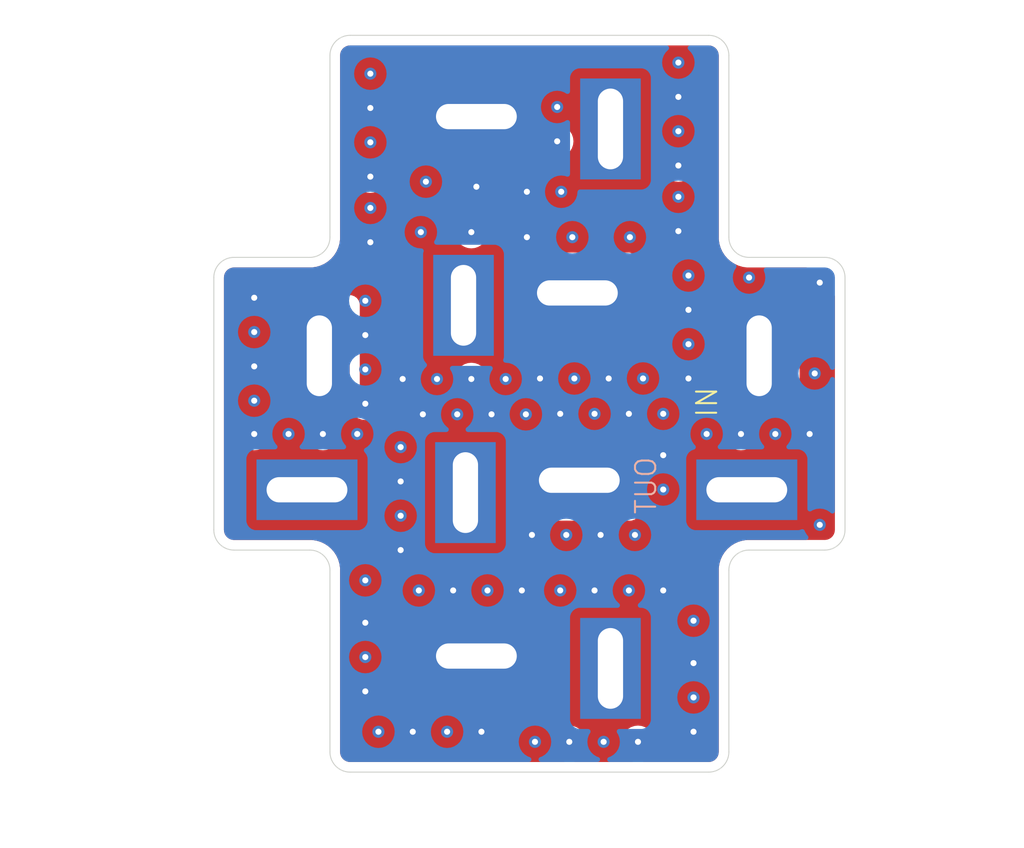
<source format=kicad_pcb>
(kicad_pcb (version 20240108) (generator "pcbnew") (generator_version "8.0")
  (layers (0 "F.Cu" signal) (1 "In1.Cu" signal) (2 "In2.Cu" signal) (3 "In3.Cu" signal) (4 "In4.Cu" signal) (31 "B.Cu" signal) (34 "B.Paste" user) (35 "F.Paste" user) (36 "B.SilkS" user "B.Silkscreen") (37 "F.SilkS" user "F.Silkscreen") (38 "B.Mask" user) (39 "F.Mask" user) (44 "Edge.Cuts" user))
  (net 0 "")
  (net 1 "GND")
  (net 2 "Net-(J1-Pin_1)")
  (footprint "deans_fp:Deans Connector Male" (layer "F.Cu") (at 93.8446 51.9033 90)
    (property "Reference" "J1" (hide yes))
    (property "Value" "Conn_01x02")
    (pad "1" thru_hole rect (at 4.25 3.3625 270) (size 5 3) (drill oval 4 1.25) (layers "*.Cu" "*.Mask") (net 2 "Net-(J1-Pin_1)"))
    (pad "2" thru_hole rect (at 4.8625 9) (size 5 3) (drill oval 4 1.25) (layers "*.Cu" "*.Mask") (net 1 "GND"))
  )
  (footprint "deans_fp:Deans Connector Male" (layer "F.Cu") (at 93.75 42.625 90)
    (property "Reference" "J4" (hide yes))
    (property "Value" "Conn_01x02")
    (pad "1" thru_hole rect (at 4.25 3.3625 270) (size 5 3) (drill oval 4 1.25) (layers "*.Cu" "*.Mask") (net 2 "Net-(J1-Pin_1)"))
    (pad "2" thru_hole rect (at 4.8625 9) (size 5 3) (drill oval 4 1.25) (layers "*.Cu" "*.Mask") (net 1 "GND"))
  )
  (footprint "deans_fp:Deans Connector Female" (layer "B.Cu") (at 106.75 60.6125 90)
    (property "Reference" "J6" (hide yes))
    (property "Value" "Conn_01x02")
    (pad "1" thru_hole rect (at 4.25 -2.3625 90) (size 5 3) (drill oval 4 1.25) (layers "*.Cu" "*.Mask") (net 2 "Net-(J1-Pin_1)"))
    (pad "2" thru_hole rect (at 4.8625 -9) (size 5 3) (drill oval 4 1.25) (layers "*.Cu" "*.Mask") (net 1 "GND"))
  )
  (footprint "deans_fp:Deans Connector Female" (layer "B.Cu") (at 106.8875 49.875)
    (property "Reference" "J3" (hide yes))
    (property "Value" "Conn_01x02")
    (pad "1" thru_hole rect (at 4.25 -2.3625) (size 5 3) (drill oval 4 1.25) (layers "*.Cu" "*.Mask") (net 2 "Net-(J1-Pin_1)"))
    (pad "2" thru_hole rect (at 4.8625 -9 270) (size 5 3) (drill oval 4 1.25) (layers "*.Cu" "*.Mask") (net 1 "GND"))
  )
  (footprint "deans_fp:Deans Connector Female" (layer "B.Cu") (at 106.75 33.8875 90)
    (property "Reference" "J5" (hide yes))
    (property "Value" "Conn_01x02")
    (pad "1" thru_hole rect (at 4.25 -2.3625 90) (size 5 3) (drill oval 4 1.25) (layers "*.Cu" "*.Mask") (net 2 "Net-(J1-Pin_1)"))
    (pad "2" thru_hole rect (at 4.8625 -9) (size 5 3) (drill oval 4 1.25) (layers "*.Cu" "*.Mask") (net 1 "GND"))
  )
  (footprint "deans_fp:Deans Connector Female" (layer "B.Cu") (at 85.1125 49.875)
    (property "Reference" "J2" (hide yes))
    (property "Value" "Conn_01x02")
    (pad "1" thru_hole rect (at 4.25 -2.3625) (size 5 3) (drill oval 4 1.25) (layers "*.Cu" "*.Mask") (net 2 "Net-(J1-Pin_1)"))
    (pad "2" thru_hole rect (at 4.8625 -9 270) (size 5 3) (drill oval 4 1.25) (layers "*.Cu" "*.Mask") (net 1 "GND"))
  )
  (gr_arc (start 90.5 26) (mid 90.792893 25.292893) (end 91.5 25) (stroke (width 0.05)) (layer "Edge.Cuts"))
  (gr_arc (start 91.5 61.5) (mid 90.792893 61.207107) (end 90.5 60.5) (stroke (width 0.05)) (layer "Edge.Cuts"))
  (gr_arc (start 84.75 37) (mid 85.042893 36.292893) (end 85.75 36) (stroke (width 0.05)) (layer "Edge.Cuts"))
  (gr_line (start 91.5 61.5) (end 109.25 61.5) (stroke (width 0.05)) (layer "Edge.Cuts"))
  (gr_arc (start 85.75 50.5) (mid 85.042893 50.207107) (end 84.75 49.5) (stroke (width 0.05)) (layer "Edge.Cuts"))
  (gr_line (start 111.25 50.5) (end 115 50.5) (stroke (width 0.05)) (layer "Edge.Cuts"))
  (gr_arc (start 110.25 51.5) (mid 110.542893 50.792893) (end 111.25 50.5) (stroke (width 0.05)) (layer "Edge.Cuts"))
  (gr_arc (start 90.5 35) (mid 90.207107 35.707107) (end 89.5 36) (stroke (width 0.05)) (layer "Edge.Cuts"))
  (gr_line (start 90.5 35) (end 90.5 26) (stroke (width 0.05)) (layer "Edge.Cuts"))
  (gr_line (start 115 36) (end 111.25 36) (stroke (width 0.05)) (layer "Edge.Cuts"))
  (gr_line (start 89.5 36) (end 85.75 36) (stroke (width 0.05)) (layer "Edge.Cuts"))
  (gr_arc (start 111.25 36) (mid 110.542893 35.707107) (end 110.25 35) (stroke (width 0.05)) (layer "Edge.Cuts"))
  (gr_arc (start 109.25 25) (mid 109.957107 25.292893) (end 110.25 26) (stroke (width 0.05)) (layer "Edge.Cuts"))
  (gr_arc (start 115 36) (mid 115.707107 36.292893) (end 116 37) (stroke (width 0.05)) (layer "Edge.Cuts"))
  (gr_line (start 84.75 49.5) (end 84.75 37) (stroke (width 0.05)) (layer "Edge.Cuts"))
  (gr_line (start 85.75 50.5) (end 89.5 50.5) (stroke (width 0.05)) (layer "Edge.Cuts"))
  (gr_line (start 116 37) (end 116 49.5) (stroke (width 0.05)) (layer "Edge.Cuts"))
  (gr_arc (start 110.25 60.5) (mid 109.957107 61.207107) (end 109.25 61.5) (stroke (width 0.05)) (layer "Edge.Cuts"))
  (gr_arc (start 89.5 50.5) (mid 90.207107 50.792893) (end 90.5 51.5) (stroke (width 0.05)) (layer "Edge.Cuts"))
  (gr_arc (start 116 49.5) (mid 115.707107 50.207107) (end 115 50.5) (stroke (width 0.05)) (layer "Edge.Cuts"))
  (gr_line (start 91.5 25) (end 109.25 25) (stroke (width 0.05)) (layer "Edge.Cuts"))
  (gr_line (start 110.25 35) (end 110.25 26) (stroke (width 0.05)) (layer "Edge.Cuts"))
  (gr_line (start 110.25 51.5) (end 110.25 60.5) (stroke (width 0.05)) (layer "Edge.Cuts"))
  (gr_line (start 90.5 51.5) (end 90.5 60.5) (stroke (width 0.05)) (layer "Edge.Cuts"))
  (gr_text "OUT" (at 106.730388 45.807068 90) (layer "B.SilkS") (effects (font (size 1 1) (thickness 0.1)) (justify left bottom mirror)))
  (gr_text "IN" (at 109.75 44 90) (layer "F.SilkS") (effects (font (size 1 1) (thickness 0.1)) (justify left bottom)))
  (via (at 95.1 43.775) (size 0.6) (drill 0.3) (layers "F.Cu" "B.Cu") (net 1))
  (via (at 107 45.8) (size 0.6) (drill 0.3) (layers "F.Cu" "B.Cu") (net 1))
  (via (at 114.75 37.25) (size 0.6) (drill 0.3) (layers "F.Cu" "B.Cu") (net 1))
  (via (at 92.25 43.25) (size 0.6) (drill 0.3) (layers "F.Cu" "B.Cu") (net 1))
  (via (at 107.75 31.45) (size 0.6) (drill 0.3) (layers "F.Cu" "B.Cu") (net 1))
  (via (at 105.3 43.75) (size 0.6) (drill 0.3) (layers "F.Cu" "B.Cu") (net 1))
  (via (at 90.15 44.75) (size 0.6) (drill 0.3) (layers "F.Cu" "B.Cu") (net 1))
  (via (at 86.75 41.4) (size 0.6) (drill 0.3) (layers "F.Cu" "B.Cu") (net 1))
  (via (at 97.5 42.025) (size 0.6) (drill 0.3) (layers "F.Cu" "B.Cu") (net 1))
  (via (at 100 52.5) (size 0.6) (drill 0.3) (layers "F.Cu" "B.Cu") (net 1))
  (via (at 107 52.5) (size 0.6) (drill 0.3) (layers "F.Cu" "B.Cu") (net 1))
  (via (at 105.75 60) (size 0.6) (drill 0.3) (layers "F.Cu" "B.Cu") (net 1))
  (via (at 103.6 52.5) (size 0.6) (drill 0.3) (layers "F.Cu" "B.Cu") (net 1))
  (via (at 108.5 56.1) (size 0.6) (drill 0.3) (layers "F.Cu" "B.Cu") (net 1))
  (via (at 100.25 32.75) (size 0.6) (drill 0.3) (layers "F.Cu" "B.Cu") (net 1))
  (via (at 100.9 42) (size 0.6) (drill 0.3) (layers "F.Cu" "B.Cu") (net 1))
  (via (at 92.5 32) (size 0.6) (drill 0.3) (layers "F.Cu" "B.Cu") (net 1))
  (via (at 108.25 38.6) (size 0.6) (drill 0.3) (layers "F.Cu" "B.Cu") (net 1))
  (via (at 103.9 49.75) (size 0.6) (drill 0.3) (layers "F.Cu" "B.Cu") (net 1))
  (via (at 104.3 42) (size 0.6) (drill 0.3) (layers "F.Cu" "B.Cu") (net 1))
  (via (at 102.35 60) (size 0.6) (drill 0.3) (layers "F.Cu" "B.Cu") (net 1))
  (via (at 92.25 57.5) (size 0.6) (drill 0.3) (layers "F.Cu" "B.Cu") (net 1))
  (via (at 86.75 44.75) (size 0.6) (drill 0.3) (layers "F.Cu" "B.Cu") (net 1))
  (via (at 92.25 39.85) (size 0.6) (drill 0.3) (layers "F.Cu" "B.Cu") (net 1))
  (via (at 94.6 59.5) (size 0.6) (drill 0.3) (layers "F.Cu" "B.Cu") (net 1))
  (via (at 114.25 44.75) (size 0.6) (drill 0.3) (layers "F.Cu" "B.Cu") (net 1))
  (via (at 92.5 28.6) (size 0.6) (drill 0.3) (layers "F.Cu" "B.Cu") (net 1))
  (via (at 108.5 59.5) (size 0.6) (drill 0.3) (layers "F.Cu" "B.Cu") (net 1))
  (via (at 94.1 42.025) (size 0.6) (drill 0.3) (layers "F.Cu" "B.Cu") (net 1))
  (via (at 98 59.5) (size 0.6) (drill 0.3) (layers "F.Cu" "B.Cu") (net 1))
  (via (at 107.75 28.05) (size 0.6) (drill 0.3) (layers "F.Cu" "B.Cu") (net 1))
  (via (at 98.5 43.775) (size 0.6) (drill 0.3) (layers "F.Cu" "B.Cu") (net 1))
  (via (at 92.5 35.25) (size 0.6) (drill 0.3) (layers "F.Cu" "B.Cu") (net 1))
  (via (at 92.25 54.1) (size 0.6) (drill 0.3) (layers "F.Cu" "B.Cu") (net 1))
  (via (at 97.5 34.75) (size 0.6) (drill 0.3) (layers "F.Cu" "B.Cu") (net 1))
  (via (at 110.85 44.75) (size 0.6) (drill 0.3) (layers "F.Cu" "B.Cu") (net 1))
  (via (at 96.6 52.5) (size 0.6) (drill 0.3) (layers "F.Cu" "B.Cu") (net 1))
  (via (at 94 50.5) (size 0.6) (drill 0.3) (layers "F.Cu" "B.Cu") (net 1))
  (via (at 100.25 35) (size 0.6) (drill 0.3) (layers "F.Cu" "B.Cu") (net 1))
  (via (at 107.75 34.7) (size 0.6) (drill 0.3) (layers "F.Cu" "B.Cu") (net 1))
  (via (at 100.5 49.75) (size 0.6) (drill 0.3) (layers "F.Cu" "B.Cu") (net 1))
  (via (at 86.75 38) (size 0.6) (drill 0.3) (layers "F.Cu" "B.Cu") (net 1))
  (via (at 108.25 42) (size 0.6) (drill 0.3) (layers "F.Cu" "B.Cu") (net 1))
  (via (at 101.9 43.75) (size 0.6) (drill 0.3) (layers "F.Cu" "B.Cu") (net 1))
  (via (at 101.75 30.25) (size 0.6) (drill 0.3) (layers "F.Cu" "B.Cu") (net 1))
  (via (at 97.75 32.5) (size 0.6) (drill 0.3) (layers "F.Cu" "B.Cu") (net 1))
  (via (at 94 47.1) (size 0.6) (drill 0.3) (layers "F.Cu" "B.Cu") (net 1))
  (via (at 108.25 36.9) (size 0.6) (drill 0.3) (layers "F.Cu" "B.Cu") (net 2))
  (via (at 95.8 42.025) (size 0.6) (drill 0.3) (layers "F.Cu" "B.Cu") (net 2))
  (via (at 92.9 59.5) (size 0.6) (drill 0.3) (layers "F.Cu" "B.Cu") (net 2))
  (via (at 92.25 38.15) (size 0.6) (drill 0.3) (layers "F.Cu" "B.Cu") (net 2))
  (via (at 104.05 60) (size 0.6) (drill 0.3) (layers "F.Cu" "B.Cu") (net 2))
  (via (at 105.6 49.75) (size 0.6) (drill 0.3) (layers "F.Cu" "B.Cu") (net 2))
  (via (at 111.25 37) (size 0.6) (drill 0.3) (layers "F.Cu" "B.Cu") (net 2))
  (via (at 101.75 28.55) (size 0.6) (drill 0.3) (layers "F.Cu" "B.Cu") (net 2))
  (via (at 107 43.75) (size 0.6) (drill 0.3) (layers "F.Cu" "B.Cu") (net 2))
  (via (at 102.5 35) (size 0.6) (drill 0.3) (layers "F.Cu" "B.Cu") (net 2))
  (via (at 88.45 44.75) (size 0.6) (drill 0.3) (layers "F.Cu" "B.Cu") (net 2))
  (via (at 95.25 32.25) (size 0.6) (drill 0.3) (layers "F.Cu" "B.Cu") (net 2))
  (via (at 86.75 43.1) (size 0.6) (drill 0.3) (layers "F.Cu" "B.Cu") (net 2))
  (via (at 105.35 35) (size 0.6) (drill 0.3) (layers "F.Cu" "B.Cu") (net 2))
  (via (at 108.5 54) (size 0.6) (drill 0.3) (layers "F.Cu" "B.Cu") (net 2))
  (via (at 95 34.75) (size 0.6) (drill 0.3) (layers "F.Cu" "B.Cu") (net 2))
  (via (at 92.5 30.3) (size 0.6) (drill 0.3) (layers "F.Cu" "B.Cu") (net 2))
  (via (at 92.25 52) (size 0.6) (drill 0.3) (layers "F.Cu" "B.Cu") (net 2))
  (via (at 96.3 59.5) (size 0.6) (drill 0.3) (layers "F.Cu" "B.Cu") (net 2))
  (via (at 91.85 44.75) (size 0.6) (drill 0.3) (layers "F.Cu" "B.Cu") (net 2))
  (via (at 101.9 52.5) (size 0.6) (drill 0.3) (layers "F.Cu" "B.Cu") (net 2))
  (via (at 102.6 42) (size 0.6) (drill 0.3) (layers "F.Cu" "B.Cu") (net 2))
  (via (at 108.5 57.8) (size 0.6) (drill 0.3) (layers "F.Cu" "B.Cu") (net 2))
  (via (at 106 42) (size 0.6) (drill 0.3) (layers "F.Cu" "B.Cu") (net 2))
  (via (at 100.65 60) (size 0.6) (drill 0.3) (layers "F.Cu" "B.Cu") (net 2))
  (via (at 99.2 42.025) (size 0.6) (drill 0.3) (layers "F.Cu" "B.Cu") (net 2))
  (via (at 107.75 26.35) (size 0.6) (drill 0.3) (layers "F.Cu" "B.Cu") (net 2))
  (via (at 98.3 52.5) (size 0.6) (drill 0.3) (layers "F.Cu" "B.Cu") (net 2))
  (via (at 100.2 43.775) (size 0.6) (drill 0.3) (layers "F.Cu" "B.Cu") (net 2))
  (via (at 108.25 40.3) (size 0.6) (drill 0.3) (layers "F.Cu" "B.Cu") (net 2))
  (via (at 92.5 26.9) (size 0.6) (drill 0.3) (layers "F.Cu" "B.Cu") (net 2))
  (via (at 101.95 32.75) (size 0.6) (drill 0.3) (layers "F.Cu" "B.Cu") (net 2))
  (via (at 86.75 39.7) (size 0.6) (drill 0.3) (layers "F.Cu" "B.Cu") (net 2))
  (via (at 112.55 44.75) (size 0.6) (drill 0.3) (layers "F.Cu" "B.Cu") (net 2))
  (via (at 92.25 41.55) (size 0.6) (drill 0.3) (layers "F.Cu" "B.Cu") (net 2))
  (via (at 103.6 43.75) (size 0.6) (drill 0.3) (layers "F.Cu" "B.Cu") (net 2))
  (via (at 109.15 44.75) (size 0.6) (drill 0.3) (layers "F.Cu" "B.Cu") (net 2))
  (via (at 107 47.5) (size 0.6) (drill 0.3) (layers "F.Cu" "B.Cu") (net 2))
  (via (at 94 45.4) (size 0.6) (drill 0.3) (layers "F.Cu" "B.Cu") (net 2))
  (via (at 94 48.8) (size 0.6) (drill 0.3) (layers "F.Cu" "B.Cu") (net 2))
  (via (at 94.9 52.5) (size 0.6) (drill 0.3) (layers "F.Cu" "B.Cu") (net 2))
  (via (at 92.25 55.8) (size 0.6) (drill 0.3) (layers "F.Cu" "B.Cu") (net 2))
  (via (at 114.75 49.25) (size 0.6) (drill 0.3) (layers "F.Cu" "B.Cu") (net 2))
  (via (at 114.5 41.75) (size 0.6) (drill 0.3) (layers "F.Cu" "B.Cu") (net 2))
  (via (at 107.75 33) (size 0.6) (drill 0.3) (layers "F.Cu" "B.Cu") (net 2))
  (via (at 107.75 29.75) (size 0.6) (drill 0.3) (layers "F.Cu" "B.Cu") (net 2))
  (via (at 102.2 49.75) (size 0.6) (drill 0.3) (layers "F.Cu" "B.Cu") (net 2))
  (via (at 105.3 52.5) (size 0.6) (drill 0.3) (layers "F.Cu" "B.Cu") (net 2))
  (via (at 92.5 33.55) (size 0.6) (drill 0.3) (layers "F.Cu" "B.Cu") (net 2))
  (via (at 96.8 43.775) (size 0.6) (drill 0.3) (layers "F.Cu" "B.Cu") (net 2))
  (zone (net 2) (net_name "Net-(J1-Pin_1)") (layers "F.Cu" "In1.Cu" "In2.Cu") (connect_pads yes (clearance 0.5)) (min_thickness 0.25) (fill yes (thermal_gap 0.5) (thermal_bridge_width 0.5) (island_removal_mode 1) (island_area_min 10))
    (polygon (pts (xy 119.5 24) (xy 119.5 34.25) (xy 124.88125 65) (xy 74.163793 65) (xy 82 39.75) (xy 82 24)))
  )
  (zone (net 1) (net_name "GND") (layers "In3.Cu" "In4.Cu" "B.Cu") (priority 1) (connect_pads yes (clearance 0.5)) (min_thickness 0.25) (fill yes (thermal_gap 0.5) (thermal_bridge_width 0.5) (island_removal_mode 1) (island_area_min 10))
    (polygon (pts (xy 82.25 63.5) (xy 82.25 23.25) (xy 121.25 23.25) (xy 121.25 63.5)))
  )
)
</source>
